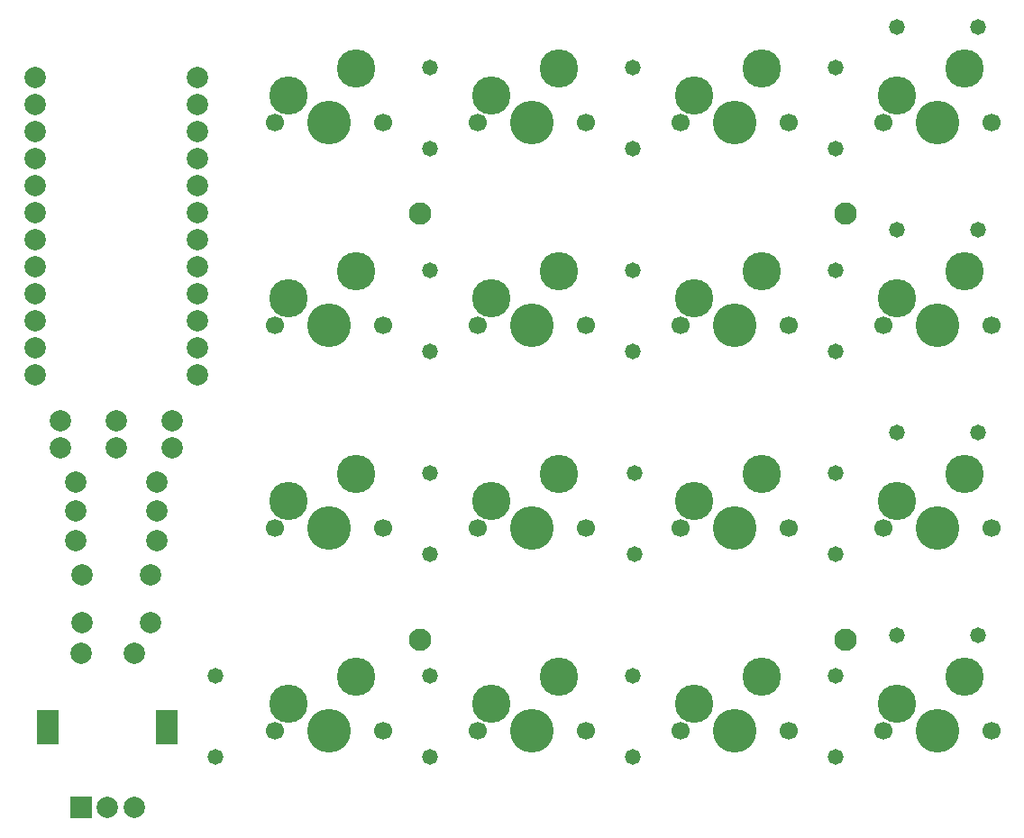
<source format=gts>
%TF.GenerationSoftware,KiCad,Pcbnew,(6.0.1)*%
%TF.CreationDate,2022-02-09T09:53:17+01:00*%
%TF.ProjectId,dumbpad,64756d62-7061-4642-9e6b-696361645f70,rev?*%
%TF.SameCoordinates,Original*%
%TF.FileFunction,Soldermask,Top*%
%TF.FilePolarity,Negative*%
%FSLAX46Y46*%
G04 Gerber Fmt 4.6, Leading zero omitted, Abs format (unit mm)*
G04 Created by KiCad (PCBNEW (6.0.1)) date 2022-02-09 09:53:17*
%MOMM*%
%LPD*%
G01*
G04 APERTURE LIST*
%ADD10C,2.006600*%
%ADD11C,2.100000*%
%ADD12R,2.000000X2.000000*%
%ADD13C,2.000000*%
%ADD14R,2.000000X3.200000*%
%ADD15C,4.100000*%
%ADD16C,1.700000*%
%ADD17C,3.600000*%
%ADD18C,1.477000*%
G04 APERTURE END LIST*
D10*
%TO.C,S17*%
X106799900Y-118743000D03*
X113302300Y-118743000D03*
X106799900Y-123264200D03*
X113302300Y-123264200D03*
%TD*%
D11*
%TO.C,REF\u002A\u002A*%
X138576100Y-124828600D03*
%TD*%
%TO.C,REF\u002A\u002A*%
X178576100Y-124828600D03*
%TD*%
D10*
%TO.C,B1*%
X102431100Y-72053600D03*
X102431100Y-74593600D03*
X102431100Y-77133600D03*
X102431100Y-79673600D03*
X102431100Y-82213600D03*
X102431100Y-84753600D03*
X102431100Y-87293600D03*
X102431100Y-89833600D03*
X102431100Y-92373600D03*
X102431100Y-94913600D03*
X102431100Y-97453600D03*
X102431100Y-99993600D03*
X117671100Y-99993600D03*
X117671100Y-97453600D03*
X117671100Y-94913600D03*
X117671100Y-92373600D03*
X117671100Y-89833600D03*
X117671100Y-87293600D03*
X117671100Y-84753600D03*
X117671100Y-82213600D03*
X117671100Y-79673600D03*
X117671100Y-77133600D03*
X117671100Y-74593600D03*
X117671100Y-72053600D03*
%TD*%
D12*
%TO.C,RE_3_1*%
X106720000Y-140600000D03*
D13*
X111720000Y-140600000D03*
X109220000Y-140600000D03*
D14*
X103620000Y-133100000D03*
X114820000Y-133100000D03*
D13*
X111720000Y-126100000D03*
X106720000Y-126100000D03*
%TD*%
D10*
%TO.C,R3*%
X106241100Y-115503600D03*
X113861100Y-115503600D03*
%TD*%
%TO.C,R1*%
X106241100Y-110003600D03*
X113861100Y-110003600D03*
%TD*%
%TO.C,D18*%
X110051100Y-104233600D03*
X110051100Y-106773600D03*
%TD*%
%TO.C,D19*%
X115301100Y-104233600D03*
X115301100Y-106773600D03*
%TD*%
D11*
%TO.C,REF\u002A\u002A*%
X138576100Y-84828600D03*
%TD*%
D10*
%TO.C,D17*%
X104801100Y-104233600D03*
X104801100Y-106773600D03*
%TD*%
%TO.C,R2*%
X106241100Y-112753600D03*
X113861100Y-112753600D03*
%TD*%
D11*
%TO.C,REF\u002A\u002A*%
X178576100Y-84828600D03*
%TD*%
D15*
%TO.C,S1*%
X130001100Y-76253600D03*
D16*
X124921100Y-76253600D03*
X135081100Y-76253600D03*
D17*
X132541100Y-71173600D03*
X126191100Y-73713600D03*
%TD*%
D18*
%TO.C,D10*%
X158750000Y-109220000D03*
X158750000Y-116840000D03*
%TD*%
D15*
%TO.C,S15*%
X168101100Y-133403600D03*
D16*
X163021100Y-133403600D03*
X173181100Y-133403600D03*
D17*
X170641100Y-128323600D03*
X164291100Y-130863600D03*
%TD*%
D16*
%TO.C,S8*%
X192231100Y-95303600D03*
X182071100Y-95303600D03*
D15*
X187151100Y-95303600D03*
D17*
X189691100Y-90223600D03*
X183341100Y-92763600D03*
%TD*%
D15*
%TO.C,S2*%
X149051100Y-76253600D03*
D16*
X154131100Y-76253600D03*
X143971100Y-76253600D03*
D17*
X151591100Y-71173600D03*
X145241100Y-73713600D03*
%TD*%
D18*
%TO.C,D8*%
X190961100Y-86360000D03*
X183341100Y-86360000D03*
%TD*%
%TO.C,D6*%
X158576100Y-90170000D03*
X158576100Y-97790000D03*
%TD*%
D16*
%TO.C,S4*%
X182071100Y-76253600D03*
X192231100Y-76253600D03*
D15*
X187151100Y-76253600D03*
D17*
X189691100Y-71173600D03*
X183341100Y-73713600D03*
%TD*%
D16*
%TO.C,S5*%
X135081100Y-95303600D03*
D15*
X130001100Y-95303600D03*
D16*
X124921100Y-95303600D03*
D17*
X132541100Y-90223600D03*
X126191100Y-92763600D03*
%TD*%
D18*
%TO.C,D4*%
X190961100Y-67310000D03*
X183341100Y-67310000D03*
%TD*%
D16*
%TO.C,S14*%
X143971100Y-133403600D03*
X154131100Y-133403600D03*
D15*
X149051100Y-133403600D03*
D17*
X151591100Y-128323600D03*
X145241100Y-130863600D03*
%TD*%
D15*
%TO.C,S11*%
X168101100Y-114353600D03*
D16*
X163021100Y-114353600D03*
X173181100Y-114353600D03*
D17*
X170641100Y-109273600D03*
X164291100Y-111813600D03*
%TD*%
D15*
%TO.C,S7*%
X168101100Y-95303600D03*
D16*
X163021100Y-95303600D03*
X173181100Y-95303600D03*
D17*
X170641100Y-90223600D03*
X164291100Y-92763600D03*
%TD*%
D16*
%TO.C,S6*%
X154131100Y-95303600D03*
D15*
X149051100Y-95303600D03*
D16*
X143971100Y-95303600D03*
D17*
X151591100Y-90223600D03*
X145241100Y-92763600D03*
%TD*%
D18*
%TO.C,D9*%
X139526100Y-109220000D03*
X139526100Y-116840000D03*
%TD*%
%TO.C,D11*%
X177626100Y-109220000D03*
X177626100Y-116840000D03*
%TD*%
%TO.C,D13*%
X139526100Y-128270000D03*
X139526100Y-135890000D03*
%TD*%
D16*
%TO.C,S12*%
X182071100Y-114353600D03*
D15*
X187151100Y-114353600D03*
D16*
X192231100Y-114353600D03*
D17*
X189691100Y-109273600D03*
X183341100Y-111813600D03*
%TD*%
D18*
%TO.C,D20*%
X119380000Y-128270000D03*
X119380000Y-135890000D03*
%TD*%
%TO.C,D7*%
X177626100Y-90170000D03*
X177626100Y-97790000D03*
%TD*%
D15*
%TO.C,S3*%
X168101100Y-76253600D03*
D16*
X173181100Y-76253600D03*
X163021100Y-76253600D03*
D17*
X170641100Y-71173600D03*
X164291100Y-73713600D03*
%TD*%
D18*
%TO.C,D5*%
X139526100Y-90170000D03*
X139526100Y-97790000D03*
%TD*%
%TO.C,D16*%
X190961100Y-124460000D03*
X183341100Y-124460000D03*
%TD*%
%TO.C,D14*%
X158576100Y-128270000D03*
X158576100Y-135890000D03*
%TD*%
%TO.C,D3*%
X177626100Y-71120000D03*
X177626100Y-78740000D03*
%TD*%
%TO.C,D15*%
X177626100Y-128270000D03*
X177626100Y-135890000D03*
%TD*%
D15*
%TO.C,S13*%
X130001100Y-133407200D03*
D16*
X124921100Y-133407200D03*
X135081100Y-133407200D03*
D17*
X132541100Y-128327200D03*
X126191100Y-130867200D03*
%TD*%
D16*
%TO.C,S9*%
X124921100Y-114353600D03*
X135081100Y-114353600D03*
D15*
X130001100Y-114353600D03*
D17*
X132541100Y-109273600D03*
X126191100Y-111813600D03*
%TD*%
D18*
%TO.C,D1*%
X139526100Y-71120000D03*
X139526100Y-78740000D03*
%TD*%
D16*
%TO.C,S16*%
X182071100Y-133407200D03*
X192231100Y-133407200D03*
D15*
X187151100Y-133407200D03*
D17*
X189691100Y-128327200D03*
X183341100Y-130867200D03*
%TD*%
D18*
%TO.C,D12*%
X190961100Y-105410000D03*
X183341100Y-105410000D03*
%TD*%
%TO.C,D2*%
X158576100Y-71120000D03*
X158576100Y-78740000D03*
%TD*%
D15*
%TO.C,S10*%
X149051100Y-114353600D03*
D16*
X143971100Y-114353600D03*
X154131100Y-114353600D03*
D17*
X151591100Y-109273600D03*
X145241100Y-111813600D03*
%TD*%
M02*

</source>
